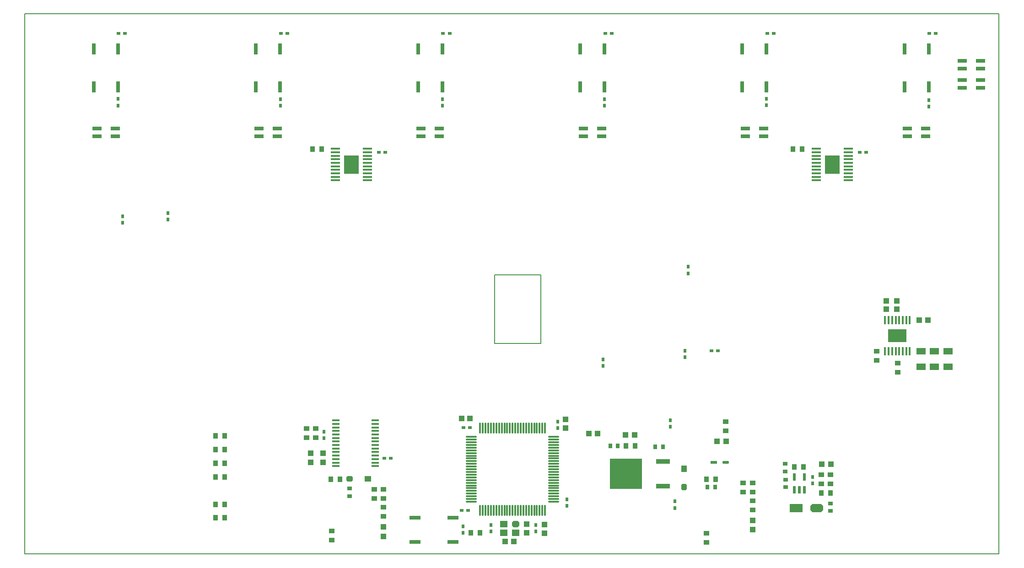
<source format=gtp>
G04*
G04 #@! TF.GenerationSoftware,Altium Limited,Altium NEXUS,2.1.9 (83)*
G04*
G04 Layer_Color=8421504*
%FSLAX44Y44*%
%MOMM*%
G71*
G01*
G75*
%ADD13C,0.2000*%
%ADD17R,1.8000X0.7500*%
%ADD18R,0.8000X2.0000*%
%ADD19R,0.9000X1.0000*%
%ADD20O,0.3000X2.1000*%
%ADD21O,2.1000X0.3000*%
%ADD22R,1.0000X1.0000*%
%ADD23R,2.0000X0.8000*%
%ADD24R,0.6000X0.8000*%
G04:AMPARAMS|DCode=25|XSize=1.4mm|YSize=1.15mm|CornerRadius=0mm|HoleSize=0mm|Usage=FLASHONLY|Rotation=0.000|XOffset=0mm|YOffset=0mm|HoleType=Round|Shape=Octagon|*
%AMOCTAGOND25*
4,1,8,0.7000,-0.2875,0.7000,0.2875,0.4125,0.5750,-0.4125,0.5750,-0.7000,0.2875,-0.7000,-0.2875,-0.4125,-0.5750,0.4125,-0.5750,0.7000,-0.2875,0.0*
%
%ADD25OCTAGOND25*%

%ADD26R,1.4000X1.1500*%
%ADD27R,1.0000X1.0000*%
%ADD28R,0.8000X0.6000*%
%ADD29R,1.3970X0.3480*%
%ADD30R,1.0000X1.1000*%
%ADD31R,1.0000X0.9000*%
%ADD32R,1.2500X0.5300*%
G04:AMPARAMS|DCode=33|XSize=0.53mm|YSize=1.25mm|CornerRadius=0mm|HoleSize=0mm|Usage=FLASHONLY|Rotation=270.000|XOffset=0mm|YOffset=0mm|HoleType=Round|Shape=Octagon|*
%AMOCTAGOND33*
4,1,8,0.6250,0.1325,0.6250,-0.1325,0.4925,-0.2650,-0.4925,-0.2650,-0.6250,-0.1325,-0.6250,0.1325,-0.4925,0.2650,0.4925,0.2650,0.6250,0.1325,0.0*
%
%ADD33OCTAGOND33*%

%ADD34R,0.9000X0.8000*%
%ADD35R,1.2200X1.0000*%
G04:AMPARAMS|DCode=36|XSize=1mm|YSize=1.22mm|CornerRadius=0mm|HoleSize=0mm|Usage=FLASHONLY|Rotation=90.000|XOffset=0mm|YOffset=0mm|HoleType=Round|Shape=Octagon|*
%AMOCTAGOND36*
4,1,8,-0.6100,-0.2500,-0.6100,0.2500,-0.3600,0.5000,0.3600,0.5000,0.6100,0.2500,0.6100,-0.2500,0.3600,-0.5000,-0.3600,-0.5000,-0.6100,-0.2500,0.0*
%
%ADD36OCTAGOND36*%

%ADD37R,1.1000X1.0000*%
%ADD38R,1.0000X1.2200*%
G04:AMPARAMS|DCode=39|XSize=1mm|YSize=1.22mm|CornerRadius=0mm|HoleSize=0mm|Usage=FLASHONLY|Rotation=180.000|XOffset=0mm|YOffset=0mm|HoleType=Round|Shape=Octagon|*
%AMOCTAGOND39*
4,1,8,0.2500,-0.6100,-0.2500,-0.6100,-0.5000,-0.3600,-0.5000,0.3600,-0.2500,0.6100,0.2500,0.6100,0.5000,0.3600,0.5000,-0.3600,0.2500,-0.6100,0.0*
%
%ADD39OCTAGOND39*%

%ADD40R,2.4000X1.5500*%
G04:AMPARAMS|DCode=41|XSize=1.55mm|YSize=2.4mm|CornerRadius=0mm|HoleSize=0mm|Usage=FLASHONLY|Rotation=270.000|XOffset=0mm|YOffset=0mm|HoleType=Round|Shape=Octagon|*
%AMOCTAGOND41*
4,1,8,1.2000,0.3875,1.2000,-0.3875,0.8125,-0.7750,-0.8125,-0.7750,-1.2000,-0.3875,-1.2000,0.3875,-0.8125,0.7750,0.8125,0.7750,1.2000,0.3875,0.0*
%
%ADD41OCTAGOND41*%

%ADD42R,2.5900X0.9500*%
%ADD43R,5.9400X5.6300*%
%ADD44R,0.5900X1.3700*%
%ADD45R,0.8000X0.9000*%
%ADD46R,3.4000X2.4800*%
%ADD47R,0.4100X1.5700*%
%ADD48R,1.8000X1.3000*%
%ADD49R,1.7780X0.3556*%
%ADD50R,2.7500X3.4300*%
G36*
X1603750Y396000D02*
Y412000D01*
X1625250D01*
Y396000D01*
X1603750D01*
D02*
G37*
D13*
X868750Y390000D02*
Y516250D01*
Y390000D02*
X955000D01*
Y516250D01*
X868750D02*
X955000D01*
X0Y0D02*
Y1000000D01*
X1802500D01*
Y0D02*
Y1000000D01*
X0Y0D02*
X1802500D01*
D17*
X1367018Y787366D02*
D03*
X1333018D02*
D03*
X1367018Y772866D02*
D03*
X1333018D02*
D03*
X167018Y787366D02*
D03*
X133018D02*
D03*
X167018Y772866D02*
D03*
X133018D02*
D03*
X1667018Y787366D02*
D03*
X1633018D02*
D03*
X1667018Y772866D02*
D03*
X1633018D02*
D03*
X467018Y787366D02*
D03*
X433018D02*
D03*
X467018Y772866D02*
D03*
X433018D02*
D03*
X1768518Y877116D02*
D03*
X1734518D02*
D03*
X1768518Y862616D02*
D03*
X1734518D02*
D03*
X767018Y787366D02*
D03*
X733018D02*
D03*
X767018Y772866D02*
D03*
X733018D02*
D03*
X1768518Y913116D02*
D03*
X1734518D02*
D03*
X1768518Y898616D02*
D03*
X1734518D02*
D03*
X1067018Y787366D02*
D03*
X1033018D02*
D03*
X1067018Y772866D02*
D03*
X1033018D02*
D03*
D18*
X172352Y864948D02*
D03*
X127352D02*
D03*
Y934948D02*
D03*
X172352D02*
D03*
X472352Y864948D02*
D03*
X427352D02*
D03*
Y934948D02*
D03*
X472352D02*
D03*
X772352Y864948D02*
D03*
X727352D02*
D03*
Y934948D02*
D03*
X772352D02*
D03*
X1072352Y864948D02*
D03*
X1027352D02*
D03*
Y934948D02*
D03*
X1072352D02*
D03*
X1372352Y864948D02*
D03*
X1327352D02*
D03*
Y934948D02*
D03*
X1372352D02*
D03*
X1672352Y864948D02*
D03*
X1627352D02*
D03*
Y934948D02*
D03*
X1672352D02*
D03*
D19*
X842250Y38750D02*
D03*
X825250D02*
D03*
X352500Y218750D02*
D03*
X369500D02*
D03*
X352250Y168000D02*
D03*
X369250D02*
D03*
X352250Y142250D02*
D03*
X369250D02*
D03*
X369500Y66750D02*
D03*
X352500D02*
D03*
X369750Y91750D02*
D03*
X352750D02*
D03*
X369500Y193000D02*
D03*
X352500D02*
D03*
X583250Y137850D02*
D03*
X566250D02*
D03*
X1128970Y200110D02*
D03*
X1111970D02*
D03*
X1423500Y161000D02*
D03*
X1440500D02*
D03*
X1490250Y112750D02*
D03*
X1473250D02*
D03*
X1277750Y138250D02*
D03*
X1260750D02*
D03*
X1420750Y749750D02*
D03*
X1437750D02*
D03*
X532250D02*
D03*
X549250D02*
D03*
D20*
X842370Y80740D02*
D03*
X847370D02*
D03*
X852370D02*
D03*
X857370D02*
D03*
X862370D02*
D03*
X867370D02*
D03*
X872370D02*
D03*
X877370D02*
D03*
X882370D02*
D03*
X887370D02*
D03*
X892370D02*
D03*
X897370D02*
D03*
X902370D02*
D03*
X907370D02*
D03*
X912370D02*
D03*
X917370D02*
D03*
X922370D02*
D03*
X927370D02*
D03*
X932370D02*
D03*
X937370D02*
D03*
X942370D02*
D03*
X947370D02*
D03*
X952370D02*
D03*
X957370D02*
D03*
X962370D02*
D03*
Y232740D02*
D03*
X957370D02*
D03*
X952370D02*
D03*
X947370D02*
D03*
X942370D02*
D03*
X937370D02*
D03*
X932370D02*
D03*
X927370D02*
D03*
X922370D02*
D03*
X917370D02*
D03*
X912370D02*
D03*
X907370D02*
D03*
X902370D02*
D03*
X897370D02*
D03*
X892370D02*
D03*
X887370D02*
D03*
X882370D02*
D03*
X877370D02*
D03*
X872370D02*
D03*
X867370D02*
D03*
X862370D02*
D03*
X857370D02*
D03*
X852370D02*
D03*
X847370D02*
D03*
X842370D02*
D03*
D21*
X978370Y96740D02*
D03*
Y101740D02*
D03*
Y106740D02*
D03*
Y111740D02*
D03*
Y116740D02*
D03*
Y121740D02*
D03*
Y126740D02*
D03*
Y131740D02*
D03*
Y136740D02*
D03*
Y141740D02*
D03*
Y146740D02*
D03*
Y151740D02*
D03*
Y156740D02*
D03*
Y161740D02*
D03*
Y166740D02*
D03*
Y171740D02*
D03*
Y176740D02*
D03*
Y181740D02*
D03*
Y186740D02*
D03*
Y191740D02*
D03*
Y196740D02*
D03*
Y201740D02*
D03*
Y206740D02*
D03*
Y211740D02*
D03*
Y216740D02*
D03*
X826370D02*
D03*
Y211740D02*
D03*
Y206740D02*
D03*
Y201740D02*
D03*
Y196740D02*
D03*
Y191740D02*
D03*
Y186740D02*
D03*
Y181740D02*
D03*
Y176740D02*
D03*
Y171740D02*
D03*
Y166740D02*
D03*
Y161740D02*
D03*
Y156740D02*
D03*
Y151740D02*
D03*
Y146740D02*
D03*
Y141740D02*
D03*
Y136740D02*
D03*
Y131740D02*
D03*
Y126740D02*
D03*
Y121740D02*
D03*
Y116740D02*
D03*
Y111740D02*
D03*
Y106740D02*
D03*
Y101740D02*
D03*
Y96740D02*
D03*
D22*
X1043250Y222500D02*
D03*
X1059250D02*
D03*
X823750Y250500D02*
D03*
X807750D02*
D03*
X889000Y23000D02*
D03*
X905000D02*
D03*
X1654750Y432750D02*
D03*
X1670750D02*
D03*
D23*
X792000Y22000D02*
D03*
Y67000D02*
D03*
X722000D02*
D03*
Y22000D02*
D03*
D24*
X810500Y50750D02*
D03*
Y38750D02*
D03*
X985750Y244750D02*
D03*
Y232750D02*
D03*
X1003000Y88750D02*
D03*
Y100750D02*
D03*
X945750Y41750D02*
D03*
Y53750D02*
D03*
X862500Y53750D02*
D03*
Y41750D02*
D03*
X553500Y226500D02*
D03*
Y214500D02*
D03*
X1457500Y130500D02*
D03*
Y142500D02*
D03*
X1203000Y85250D02*
D03*
Y97250D02*
D03*
X180900Y625150D02*
D03*
Y613150D02*
D03*
X264500Y631250D02*
D03*
Y619250D02*
D03*
X1227000Y531500D02*
D03*
Y519500D02*
D03*
X1069500Y348000D02*
D03*
Y360000D02*
D03*
X1194500Y235500D02*
D03*
Y247500D02*
D03*
X1221250Y364500D02*
D03*
Y376500D02*
D03*
X172250Y830250D02*
D03*
Y842250D02*
D03*
X472500Y829750D02*
D03*
Y841750D02*
D03*
X772250Y829750D02*
D03*
Y841750D02*
D03*
X1072250Y829750D02*
D03*
Y841750D02*
D03*
X1372250Y830500D02*
D03*
Y842500D02*
D03*
X1672250Y828500D02*
D03*
Y840500D02*
D03*
D25*
X907750Y55250D02*
D03*
D26*
X885750Y39250D02*
D03*
X907750D02*
D03*
X885750Y55250D02*
D03*
D27*
X928500Y55000D02*
D03*
Y39000D02*
D03*
X1000500Y233000D02*
D03*
Y249000D02*
D03*
X961500Y54250D02*
D03*
Y38250D02*
D03*
X1594000Y452750D02*
D03*
Y468750D02*
D03*
X1613000Y452750D02*
D03*
Y468750D02*
D03*
D28*
X807750Y80750D02*
D03*
X819750D02*
D03*
X811750Y233750D02*
D03*
X823750D02*
D03*
X677250Y177000D02*
D03*
X665250D02*
D03*
X184750Y963500D02*
D03*
X172750D02*
D03*
X486000D02*
D03*
X474000D02*
D03*
X785750D02*
D03*
X773750D02*
D03*
X1086250Y963750D02*
D03*
X1074250D02*
D03*
X1385500D02*
D03*
X1373500D02*
D03*
X1685500Y963500D02*
D03*
X1673500D02*
D03*
X666750Y743500D02*
D03*
X654750D02*
D03*
X1556750D02*
D03*
X1544750D02*
D03*
X1270250Y375750D02*
D03*
X1282250D02*
D03*
D29*
X575440Y162600D02*
D03*
Y169100D02*
D03*
Y175600D02*
D03*
Y182100D02*
D03*
Y188600D02*
D03*
Y195100D02*
D03*
Y201600D02*
D03*
Y214600D02*
D03*
Y208100D02*
D03*
Y221100D02*
D03*
Y227600D02*
D03*
Y234100D02*
D03*
Y240600D02*
D03*
Y247100D02*
D03*
X648560Y162600D02*
D03*
Y169100D02*
D03*
Y175600D02*
D03*
Y182100D02*
D03*
Y188600D02*
D03*
Y195100D02*
D03*
Y201600D02*
D03*
Y208100D02*
D03*
Y214600D02*
D03*
Y221100D02*
D03*
Y227600D02*
D03*
Y234100D02*
D03*
Y240600D02*
D03*
Y247100D02*
D03*
D30*
X551500Y169350D02*
D03*
Y186350D02*
D03*
X528750Y169350D02*
D03*
Y186350D02*
D03*
X1346750Y61750D02*
D03*
Y44750D02*
D03*
X663500Y49750D02*
D03*
Y32750D02*
D03*
D31*
X538500Y231850D02*
D03*
Y214850D02*
D03*
X521500Y231850D02*
D03*
Y214850D02*
D03*
X1346750Y81250D02*
D03*
Y98250D02*
D03*
X663500Y69850D02*
D03*
Y86850D02*
D03*
Y119850D02*
D03*
Y102850D02*
D03*
X1346500Y114500D02*
D03*
Y131500D02*
D03*
X1296500Y228000D02*
D03*
Y245000D02*
D03*
X1328750Y114750D02*
D03*
Y131750D02*
D03*
X646500Y102850D02*
D03*
Y119850D02*
D03*
X567750Y42500D02*
D03*
Y25500D02*
D03*
X1490250Y146750D02*
D03*
Y129750D02*
D03*
X1473250D02*
D03*
Y146750D02*
D03*
X1261500Y38500D02*
D03*
Y21500D02*
D03*
X1614750Y353500D02*
D03*
Y336500D02*
D03*
X1576000Y375250D02*
D03*
Y358250D02*
D03*
D32*
X1275070Y169250D02*
D03*
D33*
X1296660D02*
D03*
D34*
X601000Y107000D02*
D03*
Y121000D02*
D03*
X1407250Y137500D02*
D03*
Y123500D02*
D03*
X1490500Y79500D02*
D03*
Y93500D02*
D03*
X1407000Y166750D02*
D03*
Y152750D02*
D03*
D35*
X634561Y139000D02*
D03*
D36*
X600939D02*
D03*
D37*
X1297210Y208790D02*
D03*
X1280210D02*
D03*
X1128470Y220610D02*
D03*
X1111470D02*
D03*
X1491500Y166500D02*
D03*
X1474500D02*
D03*
D38*
X1219500Y157561D02*
D03*
D39*
Y123939D02*
D03*
D40*
X1427250Y85000D02*
D03*
D41*
X1465250D02*
D03*
D42*
X1180500Y171360D02*
D03*
Y125640D02*
D03*
D43*
X1112000Y148500D02*
D03*
D44*
X1423500Y119000D02*
D03*
X1433000D02*
D03*
X1442500D02*
D03*
Y142500D02*
D03*
X1423500D02*
D03*
D45*
X1083220Y200110D02*
D03*
X1097220D02*
D03*
X1166470Y198360D02*
D03*
X1180470D02*
D03*
X1263000Y123500D02*
D03*
X1277000D02*
D03*
D46*
X1614500Y404000D02*
D03*
D47*
X1591750Y432700D02*
D03*
X1598250D02*
D03*
X1604750D02*
D03*
X1611250D02*
D03*
X1617750D02*
D03*
X1624250D02*
D03*
X1630750D02*
D03*
X1637250D02*
D03*
Y375300D02*
D03*
X1630750D02*
D03*
X1624250D02*
D03*
X1617750D02*
D03*
X1611250D02*
D03*
X1604750D02*
D03*
X1598250D02*
D03*
X1591750D02*
D03*
D48*
X1658000Y375250D02*
D03*
Y346250D02*
D03*
X1682750Y375250D02*
D03*
Y346250D02*
D03*
X1708000Y375250D02*
D03*
Y346250D02*
D03*
D49*
X1464282Y750001D02*
D03*
Y743500D02*
D03*
Y737000D02*
D03*
Y730500D02*
D03*
Y724000D02*
D03*
Y717500D02*
D03*
Y711000D02*
D03*
Y704500D02*
D03*
Y698000D02*
D03*
Y691499D02*
D03*
X1523718D02*
D03*
Y698000D02*
D03*
Y704500D02*
D03*
Y711000D02*
D03*
Y717500D02*
D03*
Y724000D02*
D03*
Y730500D02*
D03*
Y737000D02*
D03*
Y743500D02*
D03*
Y750001D02*
D03*
X574500D02*
D03*
Y743500D02*
D03*
Y737000D02*
D03*
Y730500D02*
D03*
Y724000D02*
D03*
Y717500D02*
D03*
Y711000D02*
D03*
Y704500D02*
D03*
Y698000D02*
D03*
Y691499D02*
D03*
X633936D02*
D03*
Y698000D02*
D03*
Y704500D02*
D03*
Y711000D02*
D03*
Y717500D02*
D03*
Y724000D02*
D03*
Y730500D02*
D03*
Y737000D02*
D03*
Y743500D02*
D03*
Y750001D02*
D03*
D50*
X1494000Y720750D02*
D03*
X604218D02*
D03*
M02*

</source>
